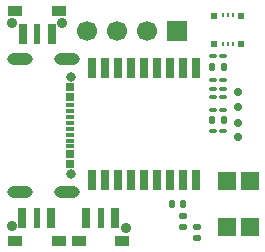
<source format=gbr>
%TF.GenerationSoftware,KiCad,Pcbnew,9.0.6-rc1*%
%TF.CreationDate,2025-11-21T10:50:26+01:00*%
%TF.ProjectId,hardware_V8,68617264-7761-4726-955f-56382e6b6963,rev?*%
%TF.SameCoordinates,Original*%
%TF.FileFunction,Soldermask,Bot*%
%TF.FilePolarity,Negative*%
%FSLAX46Y46*%
G04 Gerber Fmt 4.6, Leading zero omitted, Abs format (unit mm)*
G04 Created by KiCad (PCBNEW 9.0.6-rc1) date 2025-11-21 10:50:26*
%MOMM*%
%LPD*%
G01*
G04 APERTURE LIST*
G04 Aperture macros list*
%AMRoundRect*
0 Rectangle with rounded corners*
0 $1 Rounding radius*
0 $2 $3 $4 $5 $6 $7 $8 $9 X,Y pos of 4 corners*
0 Add a 4 corners polygon primitive as box body*
4,1,4,$2,$3,$4,$5,$6,$7,$8,$9,$2,$3,0*
0 Add four circle primitives for the rounded corners*
1,1,$1+$1,$2,$3*
1,1,$1+$1,$4,$5*
1,1,$1+$1,$6,$7*
1,1,$1+$1,$8,$9*
0 Add four rect primitives between the rounded corners*
20,1,$1+$1,$2,$3,$4,$5,0*
20,1,$1+$1,$4,$5,$6,$7,0*
20,1,$1+$1,$6,$7,$8,$9,0*
20,1,$1+$1,$8,$9,$2,$3,0*%
G04 Aperture macros list end*
%ADD10R,0.240000X0.450000*%
%ADD11R,0.500000X0.470000*%
%ADD12RoundRect,0.147500X0.172500X-0.147500X0.172500X0.147500X-0.172500X0.147500X-0.172500X-0.147500X0*%
%ADD13RoundRect,0.140000X-0.170000X0.140000X-0.170000X-0.140000X0.170000X-0.140000X0.170000X0.140000X0*%
%ADD14RoundRect,0.140000X0.140000X0.170000X-0.140000X0.170000X-0.140000X-0.170000X0.140000X-0.170000X0*%
%ADD15R,1.540000X1.540000*%
%ADD16C,0.900000*%
%ADD17R,0.750000X1.800000*%
%ADD18R,0.600000X1.800000*%
%ADD19R,1.300000X0.900000*%
%ADD20RoundRect,0.100000X0.217500X0.100000X-0.217500X0.100000X-0.217500X-0.100000X0.217500X-0.100000X0*%
%ADD21C,0.700000*%
%ADD22R,0.800000X0.650000*%
%ADD23R,0.800000X0.300000*%
%ADD24C,0.800000*%
%ADD25O,2.150000X1.000000*%
%ADD26RoundRect,0.100000X-0.217500X-0.100000X0.217500X-0.100000X0.217500X0.100000X-0.217500X0.100000X0*%
%ADD27R,1.700000X1.700000*%
%ADD28C,1.700000*%
%ADD29R,0.700000X1.800000*%
%ADD30R,0.800000X1.800000*%
%ADD31RoundRect,0.140000X-0.140000X-0.170000X0.140000X-0.170000X0.140000X0.170000X-0.140000X0.170000X0*%
G04 APERTURE END LIST*
D10*
%TO.C,J2*%
X130130000Y-88320000D03*
X130530000Y-88320000D03*
X130930000Y-88320000D03*
X130930000Y-90770000D03*
X130530000Y-90770000D03*
X130130000Y-90770000D03*
D11*
X129380000Y-88350000D03*
X131680000Y-88350000D03*
X131680000Y-90740000D03*
X129380000Y-90740000D03*
%TD*%
D12*
%TO.C,L1*%
X126740000Y-106285000D03*
X126740000Y-105315000D03*
%TD*%
D13*
%TO.C,C3*%
X127930000Y-106240000D03*
X127930000Y-107200000D03*
%TD*%
D14*
%TO.C,C2*%
X126760000Y-104270000D03*
X125800000Y-104270000D03*
%TD*%
D15*
%TO.C,U3*%
X130430000Y-106265000D03*
X130430000Y-102365000D03*
X132370000Y-106265000D03*
X132370000Y-102365000D03*
%TD*%
D16*
%TO.C,S3*%
X112265000Y-88980000D03*
X116515000Y-88980000D03*
D17*
X113165000Y-89880000D03*
D18*
X114390000Y-89880000D03*
D17*
X115615000Y-89880000D03*
D19*
X112540000Y-87930000D03*
X116240000Y-87930000D03*
%TD*%
D20*
%TO.C,C15*%
X130107500Y-96300000D03*
X129292500Y-96300000D03*
%TD*%
%TO.C,C27*%
X130107500Y-98100000D03*
X129292500Y-98100000D03*
%TD*%
D16*
%TO.C,S1*%
X112225000Y-106200000D03*
D17*
X115575000Y-105450000D03*
D18*
X114350000Y-105450000D03*
D17*
X113125000Y-105450000D03*
D19*
X116200000Y-107400000D03*
X112500000Y-107400000D03*
%TD*%
D21*
%TO.C,TP5*%
X131350000Y-98650000D03*
%TD*%
D20*
%TO.C,R16*%
X130112500Y-94530000D03*
X129297500Y-94530000D03*
%TD*%
%TO.C,R10*%
X130107500Y-93800000D03*
X129292500Y-93800000D03*
%TD*%
D14*
%TO.C,C16*%
X130180000Y-97200000D03*
X129220000Y-97200000D03*
%TD*%
D16*
%TO.C,S2*%
X121875000Y-106350000D03*
D17*
X120975000Y-105450000D03*
D18*
X119750000Y-105450000D03*
D17*
X118525000Y-105450000D03*
D19*
X121600000Y-107400000D03*
X117900000Y-107400000D03*
%TD*%
D22*
%TO.C,J1*%
X117200000Y-100950000D03*
X117200000Y-100100000D03*
D23*
X117200000Y-98920000D03*
X117200000Y-97920000D03*
X117200000Y-97420000D03*
X117200000Y-96420000D03*
D22*
X117200000Y-95240000D03*
X117200000Y-94390000D03*
D23*
X117200000Y-95920000D03*
X117200000Y-96920000D03*
X117200000Y-98420000D03*
X117200000Y-99420000D03*
D24*
X117250000Y-101770000D03*
X117250000Y-93570000D03*
D25*
X116950000Y-103320000D03*
X116950000Y-92020000D03*
X112950000Y-103320000D03*
X112950000Y-92020000D03*
%TD*%
D26*
%TO.C,C26*%
X129292500Y-91800000D03*
X130107500Y-91800000D03*
%TD*%
D21*
%TO.C,TP3*%
X131350000Y-97400000D03*
%TD*%
D27*
%TO.C,J3*%
X126230000Y-89630000D03*
D28*
X123690000Y-89630000D03*
X121150000Y-89630000D03*
X118610000Y-89630000D03*
%TD*%
D29*
%TO.C,IC4*%
X119030000Y-92770000D03*
D30*
X120130000Y-92770000D03*
X121230000Y-92770000D03*
X122330000Y-92770000D03*
X123430000Y-92770000D03*
X124530000Y-92770000D03*
X125630000Y-92770000D03*
X126730000Y-92770000D03*
D29*
X127830000Y-92770000D03*
X127830000Y-102270000D03*
D30*
X126730000Y-102270000D03*
X125630000Y-102270000D03*
X124530000Y-102270000D03*
X123430000Y-102270000D03*
X122330000Y-102270000D03*
X121230000Y-102270000D03*
X120130000Y-102270000D03*
D29*
X119030000Y-102270000D03*
%TD*%
D21*
%TO.C,TP4*%
X131350000Y-96100000D03*
%TD*%
%TO.C,TP6*%
X131350000Y-94800000D03*
%TD*%
D26*
%TO.C,C8*%
X129297500Y-95240000D03*
X130112500Y-95240000D03*
%TD*%
D31*
%TO.C,C28*%
X129220000Y-92700000D03*
X130180000Y-92700000D03*
%TD*%
M02*

</source>
